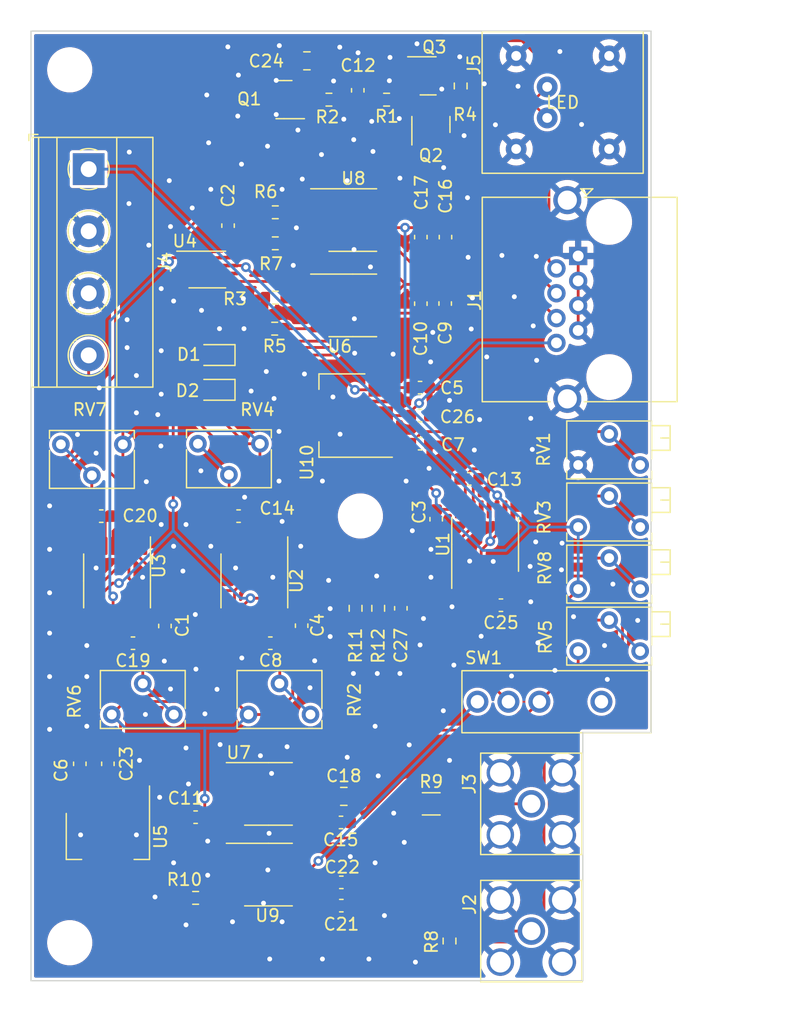
<source format=kicad_pcb>
(kicad_pcb (version 20211014) (generator pcbnew)
  (layers (0 "F.Cu" signal) (31 "B.Cu" signal) (34 "B.Paste" user) (35 "F.Paste" user) (36 "B.SilkS" user "B.Silkscreen") (37 "F.SilkS" user "F.Silkscreen") (38 "B.Mask" user) (39 "F.Mask" user) (44 "Edge.Cuts" user))
  (net 0 "")
  (net 1 "GND")
  (net 2 "+6V")
  (net 3 "Net-(C7-Pad1)")
  (net 4 "Net-(C8-Pad1)")
  (net 5 "Net-(C8-Pad2)")
  (net 6 "Net-(C12-Pad1)")
  (net 7 "Net-(C13-Pad1)")
  (net 8 "Net-(C13-Pad2)")
  (net 9 "Net-(C14-Pad1)")
  (net 10 "Net-(C14-Pad2)")
  (net 11 "Net-(C15-Pad1)")
  (net 12 "Net-(C18-Pad1)")
  (net 13 "Net-(C19-Pad1)")
  (net 14 "Net-(C19-Pad2)")
  (net 15 "Net-(C20-Pad1)")
  (net 16 "Net-(C20-Pad2)")
  (net 17 "/LED_SHORT")
  (net 18 "/LED_ON")
  (net 19 "/SYNC")
  (net 20 "Net-(Q1-Pad3)")
  (net 21 "Net-(Q3-Pad3)")
  (net 22 "VCC")
  (net 23 "Net-(R9-Pad1)")
  (net 24 "Net-(C25-Pad1)")
  (net 33 "Net-(C25-Pad2)")
  (net 35 "/LED-")
  (net 36 "/LED+")
  (net 38 "/CAP_VOLTAGE_OUT")
  (net 39 "/LED_SHORT_OUT")
  (net 40 "/LED_ON_OUT")
  (net 41 "/CAP_CHARGING_OUT")
  (net 42 "Net-(J2-Pad1)")
  (net 43 "Net-(J3-Pad1)")
  (net 44 "/SYNC_DELAY")
  (net 45 "/INTERNAL")
  (net 46 "/EXTERNAL")
  (net 47 "/CAP_CHARGE_ON")
  (net 49 "/LED_SHORT_DELAY")
  (net 50 "+24V")
  (net 51 "Net-(C10-Pad1)")
  (net 52 "/INPUT")
  (net 53 "Net-(U1-Pad13)")
  (net 54 "Net-(R3-Pad1)")
  (net 56 "Net-(R5-Pad1)")
  (net 57 "Net-(U2-Pad10)")
  (net 59 "SU_INHIBIT")
  (footprint "Resistor_SMD:R_0603_1608Metric" (layer "F.Cu") (at 108.8644 49.7586 180)
    (fp_text reference "R5")
    (fp_text value "100k")
  )
  (footprint "Capacitor_SMD:C_0603_1608Metric" (layer "F.Cu") (at 114.3254 96.9772)
    (fp_text reference "C21")
    (fp_text value "1uF")
  )
  (footprint "Capacitor_SMD:C_0603_1608Metric" (layer "F.Cu") (at 108.5088 75.5)
    (fp_text reference "C8")
    (fp_text value "1nF")
  )
  (footprint "Capacitor_SMD:C_0603_1608Metric" (layer "F.Cu") (at 119.2022 72.644 -90)
    (fp_text reference "C27")
    (fp_text value "0.1uF")
  )
  (footprint "Capacitor_SMD:C_0805_2012Metric" (layer "F.Cu") (at 114.5286 88.0364)
    (fp_text reference "C18")
    (fp_text value "22uF")
  )
  (footprint "Capacitor_SMD:C_0603_1608Metric" (layer "F.Cu") (at 122.8598 42.2656 -90)
    (fp_text reference "C16")
    (fp_text value "1uF")
  )
  (footprint "Capacitor_SMD:C_0603_1608Metric" (layer "F.Cu") (at 94.6554 65.1)
    (fp_text reference "C20")
    (fp_text value "1nF")
  )
  (footprint "Resistor_SMD:R_0603_1608Metric" (layer "F.Cu") (at 102.3874 96.3422 180)
    (fp_text reference "R10")
    (fp_text value "100k")
  )
  (footprint "Package_SO:SO-8_3.9x4.9mm_P1.27mm" (layer "F.Cu") (at 115.2652 40.8686)
    (fp_text reference "U8")
    (fp_text value "PM8834")
  )
  (footprint "Capacitor_SMD:C_0603_1608Metric" (layer "F.Cu") (at 124.8122 62.0522)
    (fp_text reference "C13")
    (fp_text value "1nF")
  )
  (footprint "Capacitor_SMD:C_0603_1608Metric" (layer "F.Cu") (at 97.2566 75.5 180)
    (fp_text reference "C19")
    (fp_text value "1nF")
  )
  (footprint "Capacitor_SMD:C_0603_1608Metric" (layer "F.Cu") (at 95.1992 85.3698 90)
    (fp_text reference "C23")
    (fp_text value "1uF")
  )
  (footprint "Connector:FanPinHeader_1x03_P2.54mm_Vertical" (layer "F.Cu") (at 132.461 31.242)
    (fp_text reference "J5")
    (fp_text value "EPL.0S.302.HLN")
  )
  (footprint "Resistor_SMD:R_0603_1608Metric" (layer "F.Cu") (at 113.3094 31.017 180)
    (fp_text reference "R2")
    (fp_text value "1k")
  )
  (footprint "Package_SO:TSSOP-16_4.4x5mm_P0.65mm" (layer "F.Cu") (at 95.95 70.4 -90)
    (fp_text reference "U3")
    (fp_text value "74AHCT123APW,118")
  )
  (footprint "Potentiometer_THT:Potentiometer_Bourns_3266X_Horizontal" (layer "F.Cu") (at 133.733 71.075 180)
    (fp_text reference "RV8")
    (fp_text value "2k")
  )
  (footprint "Resistor_SMD:R_0603_1608Metric" (layer "F.Cu") (at 117.348 72.644 -90)
    (fp_text reference "R12")
    (fp_text value "100k")
  )
  (footprint "Package_TO_SOT_SMD:SOT-223-3_TabPin2" (layer "F.Cu") (at 114.4016 56.8706 180)
    (fp_text reference "U10")
    (fp_text value "LT3082EST#TRPBF")
  )
  (footprint "Potentiometer_THT:Potentiometer_Bourns_3266X_Horizontal" (layer "F.Cu") (at 133.731 76.1492 180)
    (fp_text reference "RV5")
    (fp_text value "100k")
  )
  (footprint "Capacitor_SMD:C_0603_1608Metric" (layer "F.Cu") (at 120.777 54.5846)
    (fp_text reference "C5")
    (fp_text value "1uF")
  )
  (footprint "Capacitor_SMD:C_0603_1608Metric" (layer "F.Cu") (at 122.8344 47.7012 90)
    (fp_text reference "C9")
    (fp_text value "1uF")
  )
  (footprint "Capacitor_SMD:C_0603_1608Metric" (layer "F.Cu") (at 120.777 59.1706)
    (fp_text reference "C7")
    (fp_text value "1uF")
  )
  (footprint "TerminalBlock_Phoenix:TerminalBlock_Phoenix_MKDS-1,5-4-5.08_1x04_P5.08mm_Horizontal" (layer "F.Cu") (at 93.6244 36.703 -90)
    (fp_text reference "J4")
    (fp_text value "EB21A-04-D")
  )
  (footprint "Capacitor_SMD:C_0603_1608Metric" (layer "F.Cu") (at 92.8992 85.3698 90)
    (fp_text reference "C6")
    (fp_text value "1uF")
  )
  (footprint "Package_SO:SO-8_3.9x4.9mm_P1.27mm" (layer "F.Cu") (at 108.3564 87.8332)
    (fp_text reference "U7")
    (fp_text value "NE555S-13")
  )
  (footprint "Resistor_SMD:R_0603_1608Metric" (layer "F.Cu") (at 108.9152 42.7736 180)
    (fp_text reference "R6")
    (fp_text value "100k")
  )
  (footprint "Capacitor_SMD:C_0603_1608Metric" (layer "F.Cu") (at 111.0742 74.0664 -90)
    (fp_text reference "C4")
    (fp_text value "0.1uF")
  )
  (footprint "Package_TO_SOT_SMD:SOT-23" (layer "F.Cu") (at 109.6264 31.0134 180)
    (fp_text reference "Q1")
    (fp_text value "BVSS84LT1G")
  )
  (footprint "Potentiometer_THT:Potentiometer_Bourns_3266X_Horizontal" (layer "F.Cu") (at 133.731 60.915 180)
    (fp_text reference "RV1")
    (fp_text value "2k")
  )
  (footprint "Capacitor_SMD:C_0603_1608Metric" (layer "F.Cu") (at 102.3874 89.7382 180)
    (fp_text reference "C11")
    (fp_text value "0.1uF")
  )
  (footprint "Capacitor_SMD:C_0603_1608Metric" (layer "F.Cu") (at 105.9076 65.1)
    (fp_text reference "C14")
    (fp_text value "1nF")
  )
  (footprint "Potentiometer_THT:Potentiometer_Bourns_3266X_Horizontal" (layer "F.Cu") (at 133.733 65.995 180)
    (fp_text reference "RV3")
    (fp_text value "500")
  )
  (footprint "Package_SO:TSSOP-16_4.4x5mm_P0.65mm" (layer "F.Cu") (at 126.1076 67.4116 90)
    (fp_text reference "U1")
    (fp_text value "74AHCT123APW,118")
  )
  (footprint "Capacitor_SMD:C_0603_1608Metric" (layer "F.Cu") (at 120.8402 42.2656 -90)
    (fp_text reference "C17")
    (fp_text value "0.1uF")
  )
  (footprint "Capacitor_SMD:C_0603_1608Metric" (layer "F.Cu") (at 99.8728 74.0918 -90)
    (fp_text reference "C1")
    (fp_text value "0.1uF")
  )
  (footprint "Connector_Coaxial:SMA_Amphenol_132203-12_Horizontal" (layer "F.Cu") (at 129.8926 99.06 -90)
    (fp_text reference "J2")
    (fp_text value "EPS.00.250.NTN")
  )
  (footprint "Capacitor_SMD:C_0603_1608Metric" (layer "F.Cu") (at 122.0978 65.3542 -90)
    (fp_text reference "C3")
    (fp_text value "0.1uF")
  )
  (footprint "Capacitor_SMD:C_0603_1608Metric" (layer "F.Cu") (at 120.777 56.8706)
    (fp_text reference "C26")
    (fp_text value "0.1uF")
  )
  (footprint "Capacitor_SMD:C_0805_2012Metric" (layer "F.Cu") (at 111.506 27.8384)
    (fp_text reference "C24")
    (fp_text value "22uF")
  )
  (footprint "Connector_RJ:RJ45_Amphenol_RJHSE5380" (layer "F.Cu") (at 133.731 43.811 -90)
    (fp_text reference "J1")
    (fp_text value "RJHSE-5380")
  )
  (footprint "Resistor_SMD:R_0603_1608Metric" (layer "F.Cu") (at 108.9152 40.2336 180)
    (fp_text reference "R7")
    (fp_text value "100k")
  )
  (footprint "Package_SO:SO-8_3.9x4.9mm_P1.27mm" (layer "F.Cu") (at 108.3564 94.4372)
    (fp_text reference "U9")
    (fp_text value "PM8834")
  )
  (footprint "Resistor_SMD:R_0603_1608Metric" (layer "F.Cu") (at 123.19 99.8728 -90)
    (fp_text reference "R8")
    (fp_text value "100k")
  )
  (footprint "Resistor_SMD:R_0603_1608Metric" (layer "F.Cu") (at 118.0338 31.017)
    (fp_text reference "R1")
    (fp_text value "0")
  )
  (footprint "MountingHole:MountingHole_3.2mm_M3" (layer "F.Cu") (at 92.075 28.575)
    (fp_text reference "H1" hide)
    (fp_text value "MountingHole" hide)
  )
  (footprint "Package_SO:TSSOP-16_4.4x5mm_P0.65mm" (layer "F.Cu") (at 107.2 70.4 -90)
    (fp_text reference "U2")
    (fp_text value "74AHCT123APW,118")
  )
  (footprint "Potentiometer_THT:Potentiometer_Bourns_3266W_Vertical" (layer "F.Cu") (at 95.519 81.3366 180)
    (fp_text reference "RV6")
    (fp_text value "2k")
  )
  (footprint "Capacitor_SMD:C_0603_1608Metric" (layer "F.Cu") (at 105.0446 41.3258 90)
    (fp_text reference "C2")
    (fp_text value "0.1uF")
  )
  (footprint "Resistor_SMD:R_0603_1608Metric" (layer "F.Cu") (at 124.1044 29.8958 90)
    (fp_text reference "R4")
    (fp_text value "50")
  )
  (footprint "Connector_Coaxial:SMA_Amphenol_132203-12_Horizontal" (layer "F.Cu") (at 129.8926 88.646 -90)
    (fp_text reference "J3")
    (fp_text value "EPS.00.250.NTN")
  )
  (footprint "Potentiometer_THT:Potentiometer_Bourns_3266W_Vertical" (layer "F.Cu") (at 96.4288 59.227)
    (fp_text reference "RV7")
    (fp_text value "2k")
  )
  (footprint "MountingHole:MountingHole_3.2mm_M3" (layer "F.Cu") (at 115.8875 65.0875)
    (fp_text reference "H3" hide)
    (fp_text value "MountingHole")
  )
  (footprint "Package_TO_SOT_SMD:SOT-23" (layer "F.Cu") (at 121.4374 29.067)
    (fp_text reference "Q3")
    (fp_text value "DMN3028LQ-7")
  )
  (footprint "Potentiometer_THT:Potentiometer_Bourns_3266W_Vertical" (layer "F.Cu") (at 107.6556 59.1762)
    (fp_text reference "RV4")
    (fp_text value "2k")
  )
  (footprint "Resistor_SMD:R_1206_3216Metric" (layer "F.Cu") (at 121.6914 88.646)
    (fp_text reference "R9")
    (fp_text value "50")
  )
  (footprint "Diode_SMD:D_SOD-323" (layer "F.Cu") (at 104.1146 51.9176 180)
    (fp_text reference "D1")
    (fp_text value "CUS08F30,H3F")
  )
  (footprint "Capacitor_SMD:C_0603_1608Metric" (layer "F.Cu") (at 114.3254 95.0722)
    (fp_text reference "C22")
    (fp_text value "0.1uF")
  )
  (footprint "Package_TO_SOT_SMD:SOT-23" (layer "F.Cu") (at 121.666 33.0454 90)
    (fp_text reference "Q2")
    (fp_text value "DMN3028LQ-7")
  )
  (footprint "Capacitor_SMD:C_0603_1608Metric" (layer "F.Cu") (at 120.8402 47.7136 90)
    (fp_text reference "C10")
    (fp_text value "0.1uF")
  )
  (footprint "Capacitor_SMD:C_0603_1608Metric" (layer "F.Cu") (at 115.6716 30.2514 90)
    (fp_text reference "C12")
    (fp_text value "2.7nF")
  )
  (footprint "Capacitor_SMD:C_0603_1608Metric" (layer "F.Cu") (at 114.3 90.17)
    (fp_text reference "C15")
    (fp_text value "0.1uF")
  )
  (footprint "Package_SO:SO-8_3.9x4.9mm_P1.27mm" (layer "F.Cu") (at 115.2652 47.8536)
    (fp_text reference "U6")
    (fp_text value "IXDI602SIATR")
  )
  (footprint "MountingHole:MountingHole_3.2mm_M3" (layer "F.Cu") (at 92.075 100.0125)
    (fp_text reference "H2" hide)
    (fp_text value "MountingHole" hide)
  )
  (footprint "Package_SO:SSOP-8_2.95x2.8mm_P0.65mm" (layer "F.Cu") (at 103.3446 44.9182)
    (fp_text reference "U4")
    (fp_text value "SN74LVC2G74")
  )
  (footprint "Package_TO_SOT_SMD:SOT-223-3_TabPin2" (layer "F.Cu") (at 95.1992 91.2876 -90)
    (fp_text reference "U5")
    (fp_text value "LT1117")
  )
  (footprint "Potentiometer_THT:Potentiometer_Bourns_3266W_Vertical" (layer "F.Cu") (at 106.7204 81.3366 180)
    (fp_text reference "RV2")
    (fp_text value "500")
  )
  (footprint "Resistor_SMD:R_0603_1608Metric" (layer "F.Cu") (at 108.9152 47.2186 180)
    (fp_text reference "R3")
    (fp_text value "100k")
  )
  (footprint "Diode_SMD:D_SOD-323" (layer "F.Cu") (at 104.1146 54.7624 180)
    (fp_text reference "D2")
    (fp_text value "CUS08F30,H3F")
  )
  (footprint "Resistor_SMD:R_0603_1608Metric" (layer "F.Cu") (at 115.4938 72.644 -90)
    (fp_text reference "R11")
    (fp_text value "10k")
  )
  (footprint "Button_Switch_THT:SW_Lever_1P2T_NKK_GW12LxH" (layer "F.Cu") (at 130.556 80.2894 180)
    (fp_text reference "SW1")
    (fp_text value "BST11T2AVR")
  )
  (footprint "Capacitor_SMD:C_0603_1608Metric" (layer "F.Cu") (at 127.403 72.39 180)
    (fp_text reference "C25")
    (fp_text value "1nF")
  )
  (gr_line (start 134.112 82.804) (end 134.112 103.124) (layer "Edge.Cuts") (width 0.1))
  (gr_line (start 88.9 103.124) (end 134.112 103.124) (layer "Edge.Cuts") (width 0.1))
  (gr_line (start 139.7 82.804) (end 139.7 25.4) (layer "Edge.Cuts") (width 0.1))
  (gr_line (start 139.7 82.804) (end 134.112 82.804) (layer "Edge.Cuts") (width 0.1))
  (gr_line (start 88.9 25.4) (end 88.9 103.124) (layer "Edge.Cuts") (width 0.1))
  (gr_line (start 139.7 25.4) (end 88.9 25.4) (layer "Edge.Cuts") (width 0.1))
  (segment (start 133.731 47.875) (end 133.731 49.907) (width 0.2286) (layer "F.Cu") (net 1))
  (segment (start 102.7878 44.5932) (end 102.7878 41.4842) (width 0.2286) (layer "F.Cu") (net 1))
  (segment (start 133.731 47.875) (end 133.731 45.843) (width 0.2286) (layer "F.Cu") (net 1))
  (segment (start 102.7878 45.8932) (end 102.7878 44.5932) (width 0.2286) (layer "F.Cu") (net 1))
  (segment (start 101.6446 44.5932) (end 102.7878 44.5932) (width 0.2286) (layer "F.Cu") (net 1))
  (segment (start 103.7212 40.5508) (end 105.0446 40.5508) (width 0.2286) (layer "F.Cu") (net 1))
  (segment (start 122.8344 46.9262) (end 123.662 47.7538) (width 0.2286) (layer "F.Cu") (net 1))
  (segment (start 110.6424 41.5036) (end 112.6902 41.5036) (width 0.2286) (layer "F.Cu") (net 1))
  (segment (start 115.316 89.929) (end 115.316 88.199) (width 0.2286) (layer "F.Cu") (net 1))
  (segment (start 101.6446 45.8932) (end 102.7878 45.8932) (width 0.2286) (layer "F.Cu") (net 1))
  (segment (start 133.731 45.843) (end 133.731 43.811) (width 0.2286) (layer "F.Cu") (net 1))
  (segment (start 102.7878 41.4842) (end 103.7212 40.5508) (width 0.2286) (layer "F.Cu") (net 1))
  (segment (start 115.1004 95.0722) (end 115.1004 96.9772) (width 0.2286) (layer "F.Cu") (net 1))
  (via (at 111.3028 53.467) (size 0.8) (drill 0.4) (layers "F.Cu" "B.Cu") (net 1))
  (via (at 131.826 77.724) (size 0.8) (drill 0.4) (layers "F.Cu" "B.Cu") (net 1))
  (via (at 115.062 92.964) (size 0.8) (drill 0.4) (layers "F.Cu" "B.Cu") (net 1))
  (via (at 124.3838 33.9598) (size 0.8) (drill 0.4) (layers "F.Cu" "B.Cu") (net 1))
  (via (at 113.6396 55.3466) (size 0.8) (drill 0.4) (layers "F.Cu" "B.Cu") (net 1))
  (via (at 101.6 65.786) (size 0.8) (drill 0.4) (layers "F.Cu" "B.Cu") (net 1))
  (via (at 126.9492 33.0708) (size 0.8) (drill 0.4) (layers "F.Cu" "B.Cu") (net 1))
  (via (at 106.4006 63.5508) (size 0.8) (drill 0.4) (layers "F.Cu" "B.Cu") (net 1))
  (via (at 124.0282 27.5082) (size 0.8) (drill 0.4) (layers "F.Cu" "B.Cu") (net 1))
  (via (at 112.776 101.346) (size 0.8) (drill 0.4) (layers "F.Cu" "B.Cu") (net 1))
  (via (at 121.8184 50.0634) (size 0.8) (drill 0.4) (layers "F.Cu" "B.Cu") (net 1))
  (via (at 122.682 81.026) (size 0.8) (drill 0.4) (layers "F.Cu" "B.Cu") (net 1))
  (via (at 121.6406 52.4764) (size 0.8) (drill 0.4) (layers "F.Cu" "B.Cu") (net 1))
  (via (at 90.424 74.676) (size 0.8) (drill 0.4) (layers "F.Cu" "B.Cu") (net 1))
  (via (at 96.774 51.308) (size 0.8) (drill 0.4) (layers "F.Cu" "B.Cu") (net 1))
  (via (at 99.441 88.1126) (size 0.8) (drill 0.4) (layers "F.Cu" "B.Cu") (net 1))
  (via (at 103.1494 81.28) (size 0.8) (drill 0.4) (layers "F.Cu" "B.Cu") (net 1))
  (via (at 118.618 89.408) (size 0.8) (drill 0.4) (layers "F.Cu" "B.Cu") (net 1))
  (via (at 114.1984 26.7208) (size 0.8) (drill 0.4) (layers "F.Cu" "B.Cu") (net 1))
  (via (at 110.7694 33.5026) (size 0.8) (drill 0.4) (layers "F.Cu" "B.Cu") (net 1))
  (via (at 121.666 67.818) (size 0.8) (drill 0.4) (layers "F.Cu" "B.Cu") (net 1))
  (via (at 117.221 70.0024) (size 0.8) (drill 0.4) (layers "F.Cu" "B.Cu") (net 1))
  (via (at 109.474 98.298) (size 0.8) (drill 0.4) (layers "F.Cu" "B.Cu") (net 1))
  (via (at 116.9162 35.2552) (size 0.8) (drill 0.4) (layers "F.Cu" "B.Cu") (net 1))
  (via (at 105.8418 32.3596) (size 0.8) (drill 0.4) (layers "F.Cu" "B.Cu") (net 1))
  (via (at 101.346 69.596) (size 0.8) (drill 0.4) (layers "F.Cu" "B.Cu") (net 1))
  (via (at 109.8804 83.9724) (size 0.8) (drill 0.4) (layers "F.Cu" "B.Cu") (net 1))
  (via (at 117.094 93.472) (size 0.8) (drill 0.4) (layers "F.Cu" "B.Cu") (net 1))
  (via (at 111.76 79.1464) (size 0.8) (drill 0.4) (layers "F.Cu" "B.Cu") (net 1))
  (via (at 107.696 84.709) (size 0.8) (drill 0.4) (layers "F.Cu" "B.Cu") (net 1))
  (via (at 119.0752 32.5628) (size 0.8) (drill 0.4) (layers "F.Cu" "B.Cu") (net 1))
  (via (at 90.424 82.55) (size 0.8) (drill 0.4) (layers "F.Cu" "B.Cu") (net 1))
  (via (at 109.2454 26.5938) (size 0.8) (drill 0.4) (layers "F.Cu" "B.Cu") (net 1))
  (via (at 117.348 86.36) (size 0.8) (drill 0.4) (layers "F.Cu" "B.Cu") (net 1))
  (via (at 110.3884 44.577) (size 0.8) (drill 0.4) (layers "F.Cu" "B.Cu") (net 1))
  (via (at 96.9264 39.5224) (size 0.8) (drill 0.4) (layers "F.Cu" "B.Cu") (net 1))
  (via (at 109.474 38.354) (size 0.8) (drill 0.4) (layers "F.Cu" "B.Cu") (net 1))
  (via (at 103.378 91.694) (size 0.8) (drill 0.4) (layers "F.Cu" "B.Cu") (net 1))
  (via (at 102.362 73.152) (size 0.8) (drill 0.4) (layers "F.Cu" "B.Cu") (net 1))
  (via (at 94.488 54.61) (size 0.8) (drill 0.4) (layers "F.Cu" "B.Cu") (net 1))
  (via (at 119.4816 91.7956) (size 0.8) (drill 0.4) (layers "F.Cu" "B.Cu") (net 1))
  (via (at 129.8448 57.0992) (size 0.8) (drill 0.4) (layers "F.Cu" "B.Cu") (net 1))
  (via (at 113.411 74.9554) (size 0.8) (drill 0.4) (layers "F.Cu" "B.Cu") (net 1))
  (via (at 121.666 70.104) (size 0.8) (drill 0.4) (layers "F.Cu" "B.Cu") (net 1))
  (via (at 100.584 93.472) (size 0.8) (drill 0.4) (layers "F.Cu" "B.Cu") (net 1))
  (via (at 108.8136 55.4736) (size 0.8) (drill 0.4) (layers "F.Cu" "B.Cu") (net 1))
  (via (at 119.126 77.978) (size 0.8) (drill 0.4) (layers "F.Cu" "B.Cu") (net 1))
  (via (at 118.3132 27.559) (size 0.8) (drill 0.4) (layers "F.Cu" "B.Cu") (net 1))
  (via (at 134.0104 33.0454) (size 0.8) (drill 0.4) (layers "F.Cu" "B.Cu") (net 1))
  (via (at 120.523 26.4414) (size 0.8) (drill 0.4) (layers "F.Cu" "B.Cu") (net 1))
  (via (at 128.27 78.1812) (size 0.8) (drill 0.4) (layers "F.Cu" "B.Cu") (net 1))
  (via (at 99.06 96.266) (size 0.8) (drill 0.4) (layers "F.Cu" "B.Cu") (net 1))
  (via (at 102.8192 61.3918) (size 0.8) (drill 0.4) (layers "F.Cu" "B.Cu") (net 1))
  (via (at 108.2802 34.8234) (size 0.8) (drill 0.4) (layers "F.Cu" "B.Cu") (net 1))
  (via (at 90.424 67.818) (size 0.8) (drill 0.4) (layers "F.Cu" "B.Cu") (net 1))
  (via (at 115.4176 51.7652) (size 0.8) (drill 0.4) (layers "F.Cu" "B.Cu") (net 1))
  (via (at 94.234 69.342) (size 0.8) (drill 0.4) (layers "F.Cu" "B.Cu") (net 1))
  (via (at 122.555 30.1498) (size 0.8) (drill 0.4) (layers "F.Cu" "B.Cu") (net 1))
  (via (at 103.4542 34.544) (size 0.8) (drill 0.4) (layers "F.Cu" "B.Cu") (net 1))
  (via (at 117.094 82.296) (size 0.8) (drill 0.4) (layers "F.Cu" "B.Cu") (net 1))
  (via (at 133.35 73.3298) (size 0.8) (drill 0.4) (layers "F.Cu" "B.Cu") (net 1))
  (via (at 130.3274 52.3494) (size 0.8) (drill 0.4) (layers "F.Cu" "B.Cu") (net 1))
  (via (at 123.19 85.09) (size 0.8) (drill 0.4) (layers "F.Cu" "B.Cu") (net 1))
  (via (at 125.0696 47.244) (size 0.8) (drill 0.4) (layers "F.Cu" "B.Cu") (net 1))
  (via (at 129.794 69.215) (size 0.8) (drill 0.4) (layers "F.Cu" "B.Cu") (net 1))
  (via (at 136.1186 78.4606) (size 0.8) (drill 0.4) (layers "F.Cu" "B.Cu") (net 1))
  (via (at 119.634 62.23) (size 0.8) (drill 0.4) (layers "F.Cu" "B.Cu") (net 1))
  (via (at 103.632 38.354) (size 0.8) (drill 0.4) (layers "F.Cu" "B.Cu") (net 1))
  (via (at 108.3056 94.0562) (size 0.8) (drill 0.4) (layers "F.Cu" "B.Cu") (net 1))
  (via (at 99.568 46.482) (size 0.8) (drill 0.4) (layers "F.Cu" "B.Cu") (net 1))
  (via (at 130.429 75.4634) (size 0.8) (drill 0.4) (layers "F.Cu" "B.Cu") (net 1))
  (via (at 107.95 96.774) (size 0.8) (drill 0.4) (layers "F.Cu" "B.Cu") (net 1))
  (via (at 101.6 98.552) (size 0.8) (drill 0.4) (layers "F.Cu" "B.Cu") (net 1))
  (via (at 125.7808 74.93) (size 0.8) (drill 0.4) (layers "F.Cu" "B.Cu") (net 1))
  (via (at 112.6998 35.5092) (size 0.8) (drill 0.4) (layers "F.Cu" "B.Cu") (net 1))
  (via (at 121.5136 61.1886) (size 0.8) (drill 0.4) (layers "F.Cu" "B.Cu") (net 1))
  (via (at 92.964 91.186) (size 0.8) (drill 0.4) (layers "F.Cu" "B.Cu") (net 1))
  (via (at 114.808 37.6428) (size 0.8) (drill 0.4) (layers "F.Cu" "B.Cu") (net 1))
  (via (at 106.299 47.2948) (size 0.8) (drill 0.4) (layers "F.Cu" "B.Cu") (net 1))
  (via (at 115.3668 43.2816) (size 0.8) (drill 0.4) (layers "F.Cu" "B.Cu") (net 1))
  (via (at 116.586 101.346) (size 0.8) (drill 0.4) (layers "F.Cu" "B.Cu") (net 1))
  (via (at 122.7074 36.576) (size 0.8) (drill 0.4) (layers "F.Cu" "B.Cu") (net 1))
  (via (at 97.536 53.594) (size 0.8) (drill 0.4) (layers "F.Cu" "B.Cu") (net 1))
  (via (at 99.822 76.962) (size 0.8) (drill 0.4) (layers "F.Cu" "B.Cu") (net 1))
  (via (at 105.41 98.298) (size 0.8) (drill 0.4) (layers "F.Cu" "B.Cu") (net 1))
  (via (at 104.14 79.2734) (size 0.8) (drill 0.4) (layers "F.Cu" "B.Cu") (net 1))
  (via (at 116.8146 32.7914) (size 0.8) (drill 0.4) (layers "F.Cu" "B.Cu") (net 1))
  (via (at 110.6424 41.5036) (size 0.8) (drill 0.4) (layers "F.Cu" "B.Cu") (net 1))
  (via (at 99.2886 56.7944) (size 0.8) (drill 0.4) (layers "F.Cu" "B.Cu") (net 1))
  (via (at 129.8448 72.1106) (size 0.8) (drill 0.4) (layers "F.Cu" "B.Cu") (net 1))
  (via (at 90.424 71.374) (size 0.8) (drill 0.4) (layers "F.Cu" "B.Cu") (net 1))
  (via (at 108.712 70.104) (size 0.8) (drill 0.4) (layers "F.Cu" "B.Cu") (net 1))
  (via (at 112.776 62.23) (size 0.8) (drill 0.4) (layers "F.Cu" "B.Cu") (net 1))
  (via (at 125.222 59.69) (size 0.8) (drill 0.4) (layers "F.Cu" "B.Cu") (net 1))
  (via (at 129.9718 59.6392) (size 0.8) (drill 0.4) (layers "F.Cu" "B.Cu") (net 1))
  (via (at 92.71 58.42) (size 0.8) (drill 0.4) (layers "F.Cu" "B.Cu") (net 1))
  (via (at 117.2718 77.978) (size 0.8) (drill 0.4) (layers "F.Cu" "B.Cu") (net 1))
  (via (at 132.2324 27.0764) (size 0.8) (drill 0.4) (layers "F.Cu" "B.Cu") (net 1))
  (via (at 114.5286 32.6136) (size 0.8) (drill 0.4) (layers "F.Cu" "B.Cu") (net 1))
  (via (at 104.3432 49.7586) (size 0.8) (drill 0.4) (layers "F.Cu" "B.Cu") (net 1))
  (via (at 126.0348 29.718) (size 0.8) (drill 0.4) (layers "F.Cu" "B.Cu") (net 1))
  (via (at 90.424 78.232) (size 0.8) (drill 0.4) (layers "F.Cu" "B.Cu") (net 1))
  (via (at 123.19 55.626) (size 0.8) (drill 0.4) (layers "F.Cu" "B.Cu") (net 1))
  (via (at 118.2624 29.464) (size 0.8) (drill 0.4) (layers "F.Cu" "B.Cu") (net 1))
  (via (at 119.888 83.82) (size 0.8) (drill 0.4) (layers "F.Cu" "B.Cu") (net 1))
  (via (at 120.396 101.6) (size 0.8) (drill 0.4) (layers "F.Cu" "B.Cu") (net 1))
  (via (at 124.6632 39.0398) (size 0.8) (drill 0.4) (layers "F.Cu" "B.Cu") (net 1))
  (via (at 97.536 91.186) (size 0.8) (drill 0.4) (layers "F.Cu" "B.Cu") (net 1))
  (via (at 108.1786 53.2638) (size 0.8) (drill 0.4) (layers "F.Cu" "B.Cu") (net 1))
  (via (at 100.584 67.564) (size 0.8) (drill 0.4) (layers "F.Cu" "B.Cu") (net 1))
  (via (at 96.9518 35.306) (size 0.8) (drill 0.4) (layers "F.Cu" "B.Cu") (net 1))
  (via (at 105.029 26.6954) (size 0.8) (drill 0.4) (layers "F.Cu" "B.Cu") (net 1))
  (via (at 97.79 85.09) (size 0.8) (drill 0.4) (layers "F.Cu" "B.Cu") (net 1))
  (via (at 93.472 82.296) (size 0.8) (drill 0.4) (layers "F.Cu" "B.Cu") (net 1))
  (via (at 125.6538 57.2008) (size 0.8) (drill 0.4) (layers "F.Cu" "B.Cu") (net 1))
  (via (at 94.234 59.944) (size 0.8) (drill 0.4) (layers "F.Cu" "B.Cu") (net 1))
  (via (at 121.0564 73.4822) (size 0.8) (drill 0.4) (layers "F.Cu" "B.Cu") (net 1))
  (via (at 108.4072 91.059) (size 0.8) (drill 0.4) (layers "F.Cu" "B.Cu") (net 1))
  (via (at 110.998 67.564) (size 0.8) (drill 0.4) (layers "F.Cu" "B.Cu") (net 1))
  (via (at 96.774 49.022) (size 0.8) (drill 0.4) (layers "F.Cu" "B.Cu") (net 1))
  (via (at 103.3018 30.6324) (size 0.8) (drill 0.4) (layers "F.Cu" "B.Cu") (net 1))
  (via (at 114.2238 58.3946) (size 0.8) (drill 0.4) (layers "F.Cu" "B.Cu") (net 1))
  (via (at 115.316 77.978) (size 0.8) (drill 0.4) (layers "F.Cu" "B.Cu") (net 1))
  (via (at 109.22 58.166) (size 0.8) (drill 0.4) (layers "F.Cu" "B.Cu") (net 1))
  (via (at 103.632 67.564) (size 0.8) (drill 0.4) (layers "F.Cu" "B.Cu") (net 1))
  (via (at 115.3414 34.29) (size 0.8) (drill 0.4) (layers "F.Cu" "B.Cu") (net 1))
  (via (at 118.5672 51.8414) (size 0.8) (drill 0.4) (layers "F.Cu" "B.Cu") (net 1))
  (via (at 98.044 70.104) (size 0.8) (drill 0.4) (layers "F.Cu" "B.Cu") (net 1))
  (via (at 126.238 52.07) (size 0.8) (drill 0.4) (layers "F.Cu" "B.Cu") (net 1))
  (via (at 115.697 27.178) (size 0.8) (drill 0.4) (layers "F.Cu" "B.Cu") (net 1))
  (via (at 99.5426 59.3598) (size 0.8) (drill 0.4) (layers "F.Cu" "B.Cu") (net 1))
  (via (at 102.4128 77.6224) (size 0.8) (drill 0.4) (layers "F.Cu" "B.Cu") (net 1))
  (via (at 100.584 47.498) (size 0.8) (drill 0.4) (layers "F.Cu" "B.Cu") (net 1))
  (via (at 102.87 48.26) (size 0.8) (drill 0.4) (layers "F.Cu" "B.Cu") (net 1))
  (via (at 100.2284 37.6428) (size 0.8) (drill 0.4) (layers "F.Cu" "B.Cu") (net 1))
  (via (at 90.424 64.262) (size 0.8) (drill 0.4) (layers "F.Cu" "B.Cu") (net 1))
  (via (at 138.6078 73.6346) (size 0.8) (drill 0.4) (layers "F.Cu" "B.Cu") (net 1))
  (via (at 132.3594 69.4944) (size 0.8) (drill 0.4) (layers "F.Cu" "B.Cu") (net 1))
  (via (at 117.856 97.79) (size 0.8) (drill 0.4) (layers "F.Cu" "B.Cu") (net 1))
  (via (at 116.713 44.704) (size 0.8) (drill 0.4) (layers "F.Cu" "B.Cu") (net 1))
  (via (at 128.4986 47.1424) (size 0.8) (drill 0.4) (layers "F.Cu" "B.Cu") (net 1))
  (via (at 106.934 54.864) (size 0.8) (drill 0.4) (layers "F.Cu" "B.Cu") (net 1))
  (via (at 123.3932 72.517) (size 0.8) (drill 0.4) (layers "F.Cu" "B.Cu") (net 1))
  (via (at 109.22 62.23) (size 0.8) (drill 0.4) (layers "F.Cu" "B.Cu") (net 1))
  (via (at 119.126 37.4396) (size 0.8) (drill 0.4) (layers "F.Cu" "B.Cu") (net 1))
  (via (at 115.3922 48.9458) (size 0.8) (drill 0.4) (layers "F.Cu" "B.Cu") (net 1))
  (via (at 136.5758 70.6628) (size 0.8) (drill 0.4) (layers "F.Cu" "B.Cu") (net 1))
  (via (at 112.141 76.9366) (size 0.8) (drill 0.4) (layers "F.Cu" "B.Cu") (net 1))
  (via (at 101.6 84.074) (size 0.8) (drill 0.4) (layers "F.Cu" "B.Cu") (net 1))
  (via (at 100.33 79.248) (size 0.8) (drill 0.4) (layers "F.Cu" "B.Cu") (net 1))
  (via (at 132.4102 67.31) (size 0.8) (drill 0.4) (layers "F.Cu" "B.Cu") (net 1))
  (via (at 99.568 51.562) (size 0.8) (drill 0.4) (layers "F.Cu" "B.Cu") (net 1))
  (via (at 126.7714 68.8086) (size 0.8) (drill 0.4) (layers "F.Cu" "B.Cu") (net 1))
  (via (at 114.808 84.836) (size 0.8) (drill 0.4) (layers "F.Cu" "B.Cu") (net 1))
  (via (at 109.474 65.532) (size 0.8) (drill 0.4) (layers "F.Cu" "B.Cu") (net 1))
  (via (at 113.6904 29.4894) (size 0.8) (drill 0.4) (layers "F.Cu" "B.Cu") (net 1))
  (via (at 108.9914 29.4386) (size 0.8) (drill 0.4) (layers "F.Cu" "B.Cu") (net 1))
  (via (at 108.9914 32.2326) (size 0.8) (drill 0.4) (layers "F.Cu" "B.Cu") (net 1))
  (via (at 113.411 72.6694) (size 0.8) (drill 0.4) (layers "F.Cu" "B.Cu") (net 1))
  (via (at 135.89 75.692) (size 0.8) (drill 0.4) (layers "F.Cu" "B.Cu") (net 1))
  (via (at 120.777 75.6412) (size 0.8) (drill 0.4) (layers "F.Cu" "B.Cu") (net 1))
  (via (at 130.302 64.77) (size 0.8) (drill 0.4) (layers "F.Cu" "B.Cu") (net 1))
  (via (at 98.3488 62.2808) (size 0.8) (drill 0.4) (layers "F.Cu" "B.Cu") (net 1))
  (via (at 130.048 49.53) (size 0.8) (drill 0.4) (layers "F.Cu" "B.Cu") (net 1))
  (via (at 106.3498 49.7586) (size 0.8) (drill 0.4) (layers "F.Cu" "B.Cu") (net 1))
  (via (at 98.552 42.926) (size 0.8) (drill 0.4) (layers "F.Cu" "B.Cu") (net 1))
  (via (at 93.472 78.232) (size 0.8) (drill 0.4) (layers "F.Cu" "B.Cu") (net 1))
  (via (at 106.1466 36.2966) (size 0.8) (drill 0.4) (layers "F.Cu" "B.Cu") (net 1))
  (via (at 100.33 41.402) (size 0.8) (drill 0.4) (layers "F.Cu" "B.Cu") (net 1))
  (via (at 130.302 43.8404) (size 0.8) (drill 0.4) (layers "F.Cu" "B.Cu") (net 1))
  (via (at 130.2512 67.2084) (size 0.8) (drill 0.4) (layers "F.Cu" "B.Cu") (net 1))
  (via (at 99.568 65.786) (size 0.8) (drill 0.4) (layers "F.Cu" "B.Cu") (net 1))
  (via (at 102.108 39.878) (size 0.8) (drill 0.4) (layers "F.Cu" "B.Cu") (net 1))
  (via (at 98.2726 81.3308) (size 0.8) (drill 0.4) (layers "F.Cu" "B.Cu") (net 1))
  (via (at 106.172 76.708) (size 0.8) (drill 0.4) (layers "F.Cu" "B.Cu") (net 1))
  (via (at 104.394 83.7946) (size 0.8) (drill 0.4) (layers "F.Cu" "B.Cu") (net 1))
  (via (at 93.472 75.692) (size 0.8) (drill 0.4) (layers "F.Cu" "B.Cu") (net 1))
  (via (at 120.142 66.294) (size 0.8) (drill 0.4) (layers "F.Cu" "B.Cu") (net 1))
  (via (at 124.968 49.784) (size 0.8) (drill 0.4) (layers "F.Cu" "B.Cu") (net 1))
  (via (at 111.125 37.5158) (size 0.8) (drill 0.4) (layers "F.Cu" "B.Cu") (net 1))
  (via (at 124.714 43.9166) (size 0.8) (drill 0.4) (layers "F.Cu" "B.Cu") (net 1))
  (via (at 103.378 94.488) (size 0.8) (drill 0.4) (layers "F.Cu" "B.Cu") (net 1))
  (via (at 127.4826 43.7642) (size 0.8) (drill 0.4) (layers "F.Cu" "B.Cu") (net 1))
  (via (at 124.841 68.7832) (size 0.8) (drill 0.4) (layers "F.Cu" "B.Cu") (net 1))
  (via (at 105.664 69.342) (size 0.8) (drill 0.4) (layers "F.Cu" "B.Cu") (net 1))
  (via (at 101.8032 87.0204) (size 0.8) (drill 0.4) (layers "F.Cu" "B.Cu") (net 1))
  (via (at 113.284 70.358) (size 0.8) (drill 0.4) (layers "F.Cu" "B.Cu") (net 1))
  (via (at 123.5456 77.2922) (size 0.8) (drill 0.4) (layers "F.Cu" "B.Cu") (net 1))
  (via (at 108.458 101.346) (size 0.8) (drill 0.4) (layers "F.Cu" "B.Cu") (net 1))
  (via (at 108.6104 86.1568) (size 0.8) (drill 0.4) (layers "F.Cu" "B.Cu") (net 1))
  (via (at 97.536 56.642) (size 0.8) (drill 0.4) (layers "F.Cu" "B.Cu") (net 1))
  (via (at 105.8926 29.0068) (size 0.8) (drill 0.4) (layers "F.Cu" "B.Cu") (net 1))
  (via (at 128.8034 29.9212) (size 0.8) (drill 0.4) (layers "F.Cu" "B.Cu") (net 1))
  (via (at 99.568 55.118) (size 0.8) (drill 0.4) (layers "F.Cu" "B.Cu") (net 1))
  (segment (start 92.8992 88.1376) (end 92.8992 86.1448) (width 0.2286) (layer "F.Cu") (net 2))
  (segment (start 93.6244 59.2042) (end 92.0778 60.7508) (width 0.2286) (layer "F.Cu") (net 2))
  (segment (start 93.6244 51.943) (end 93.6244 59.2042) (width 0.2286) (layer "F.Cu") (net 2))
  (segment (start 92.0778 85.3234) (end 92.0778 60.7508) (width 0.2286) (layer "F.Cu") (net 2))
  (segment (start 92.8992 86.1448) (end 92.0778 85.3234) (width 0.2286) (layer "F.Cu") (net 2))
  (segment (start 120.987011 58.185589) (end 136.081589 58.185589) (width 0.2286) (layer "F.Cu") (net 3))
  (segment (start 117.5516 59.1706) (end 120.002 59.1706) (width 0.2286) (layer "F.Cu") (net 3))
  (segment (start 120.002 59.1706) (end 120.987011 58.185589) (width 0.2286) (layer "F.Cu") (net 3))
  (segment (start 138.811 60.915) (end 136.271 58.375) (width 0.2286) (layer "B.Cu") (net 3))
  (segment (start 108.175 73.2625) (end 108.175 75.0588) (width 0.2286) (layer "F.Cu") (net 4))
  (segment (start 108.175 75.0588) (end 107.7338 75.5) (width 0.2286) (layer "F.Cu") (net 4))
  (segment (start 109.2838 78.7732) (end 109.2838 75.5) (width 0.2286) (layer "F.Cu") (net 5))
  (segment (start 108.825 75.0412) (end 109.2838 75.5) (width 0.2286) (layer "F.Cu") (net 5))
  (segment (start 108.825 73.2625) (end 108.825 75.0412) (width 0.2286) (layer "F.Cu") (net 5))
  (segment (start 111.8004 81.3366) (end 109.2604 78.7966) (width 0.2286) (layer "B.Cu") (net 5))
  (segment (start 117.1994 31.0264) (end 115.6716 31.0264) (width 0.2286) (layer "F.Cu") (net 6))
  (segment (start 115.6716 31.0264) (end 114.1438 31.0264) (width 0.2286) (layer "F.Cu") (net 6))
  (segment (start 132.0799 63.455) (end 129.8513 61.2264) (width 0.2286) (layer "F.Cu") (net 7))
  (segment (start 136.273 63.455) (end 132.0799 63.455) (width 0.2286) (layer "F.Cu") (net 7))
  (segment (start 124.4826 64.5491) (end 124.4826 62.4976) (width 0.2286) (layer "F.Cu") (net 7))
  (segment (start 129.8513 61.2264) (end 125.0834 61.2264) (width 0.2286) (layer "F.Cu") (net 7))
  (segment (start 125.0834 61.2264) (end 124.1474 62.1624) (width 0.2286) (layer "F.Cu") (net 7))
  (segment (start 124.4826 62.4976) (end 124.1474 62.1624) (width 0.2286) (layer "F.Cu") (net 7))
  (segment (start 138.813 65.995) (end 136.273 63.455) (width 0.2286) (layer "B.Cu") (net 7))
  (segment (start 125.1326 64.5491) (end 125.1326 62.5068) (width 0.2286) (layer "F.Cu") (net 8))
  (segment (start 125.1326 62.5068) (end 125.5872 62.0522) (width 0.2286) (layer "F.Cu") (net 8))
  (segment (start 105.1326 65.1) (end 105.575 65.5424) (width 0.2286) (layer "F.Cu") (net 9))
  (segment (start 105.1326 61.7332) (end 105.1326 65.1) (width 0.2286) (layer "F.Cu") (net 9))
  (segment (start 105.575 65.5424) (end 105.575 67.5375) (width 0.2286) (layer "F.Cu") (net 9))
  (segment (start 102.5756 59.1762) (end 105.1156 61.7162) (width 0.2286) (layer "B.Cu") (net 9))
  (segment (start 106.225 65.5576) (end 106.6826 65.1) (width 0.2286) (layer "F.Cu") (net 10))
  (segment (start 106.225 67.5375) (end 106.225 65.5576) (width 0.2286) (layer "F.Cu") (net 10))
  (segment (start 113.0932 89.7382) (end 113.525 90.17) (width 0.2286) (layer "F.Cu") (net 11))
  (segment (start 110.9314 89.7382) (end 113.0932 89.7382) (width 0.2286) (layer "F.Cu") (net 11))
  (segment (start 113.1468 88.4682) (end 113.5786 88.0364) (width 0.2286) (layer "F.Cu") (net 12))
  (segment (start 129.286 79.0696) (end 134.7464 73.6092) (width 0.2286) (layer "F.Cu") (net 12))
  (segment (start 134.7464 73.6092) (end 136.271 73.6092) (width 0.2286) (layer "F.Cu") (net 12))
  (segment (start 129.286 80.7816) (end 129.286 79.0696) (width 0.2286) (layer "F.Cu") (net 12))
  (segment (start 127.4537 82.6139) (end 129.286 80.7816) (width 0.2286) (layer "F.Cu") (net 12))
  (segment (start 108.6106 87.1982) (end 105.7814 87.1982) (width 0.2286) (layer "F.Cu") (net 12))
  (segment (start 110.9314 88.4682) (end 109.8806 88.4682) (width 0.2286) (layer "F.Cu") (net 12))
  (segment (start 113.5786 87.818) (end 118.7827 82.6139) (width 0.2286) (layer "F.Cu") (net 12))
  (segment (start 109.8806 88.4682) (end 108.6106 87.1982) (width 0.2286) (layer "F.Cu") (net 12))
  (segment (start 110.9314 88.4682) (end 113.1468 88.4682) (width 0.2286) (layer "F.Cu") (net 12))
  (segment (start 118.7827 82.6139) (end 127.4537 82.6139) (width 0.2286) (layer "F.Cu") (net 12))
  (segment (start 138.811 76.1492) (end 136.271 73.6092) (width 0.2286) (layer "B.Cu") (net 12))
  (segment (start 97.575 75.0434) (end 97.575 73.2625) (width 0.2286) (layer "F.Cu") (net 13))
  (segment (start 98.0316 75.5) (end 97.575 75.0434) (width 0.2286) (layer "F.Cu") (net 13))
  (segment (start 98.059 78.7966) (end 98.059 75.5274) (width 0.2286) (layer "F.Cu") (net 13))
  (segment (start 100.599 81.3366) (end 98.059 78.7966) (width 0.2286) (layer "B.Cu") (net 13))
  (segment (start 96.925 73.2625) (end 96.925 75.0566) (width 0.2286) (layer "F.Cu") (net 14))
  (segment (start 96.925 75.0566) (end 96.4816 75.5) (width 0.2286) (layer "F.Cu") (net 14))
  (segment (start 94.325 67.5375) (end 94.325 65.5446) (width 0.2286) (layer "F.Cu") (net 15))
  (segment (start 94.325 65.5446) (end 93.8804 65.1) (width 0.2286) (layer "F.Cu") (net 15))
  (segment (start 93.8804 61.7754) (end 93.8804 65.1) (width 0.2286) (layer "F.Cu") (net 15))
  (segment (start 91.3488 59.227) (end 93.8888 61.767) (width 0.2286) (layer "B.Cu") (net 15))
  (segment (start 94.975 65.5554) (end 95.4304 65.1) (width 0.2286) (layer "F.Cu") (net 16))
  (segment (start 94.975 67.5375) (end 94.975 65.5554) (width 0.2286) (layer "F.Cu") (net 16))
  (segment (start 95.8229 53.5471) (end 95.8229 47.5545) (width 0.2286) (layer "F.Cu") (net 17))
  (segment (start 112.6902 40.2336) (end 109.7402 40.2336) (width 0.2286) (layer "F.Cu") (net 17))
  (segment (start 96.2542 62.4039) (end 95.3655 61.5152) (width 0.2286) (layer "F.Cu") (net 17))
  (segment (start 103.9863 39.3911) (end 108.8977 39.3911) (width 0.2286) (layer "F.Cu") (net 17))
  (segment (start 95.3655 54.0045) (end 95.8229 53.5471) (width 0.2286) (layer "F.Cu") (net 17))
  (segment (start 95.3655 61.5152) (end 95.3655 54.0045) (width 0.2286) (layer "F.Cu") (net 17))
  (segment (start 95.625 67.5375) (end 95.625 66.3364) (width 0.2286) (layer "F.Cu") (net 17))
  (segment (start 95.625 66.3364) (end 96.2542 65.7072) (width 0.2286) (layer "F.Cu") (net 17))
  (segment (start 95.8229 47.5545) (end 103.9863 39.3911) (width 0.2286) (layer "F.Cu") (net 17))
  (segment (start 108.8977 39.3911) (end 109.7402 40.2336) (width 0.2286) (layer "F.Cu") (net 17))
  (segment (start 96.2542 65.7072) (end 96.2542 62.4039) (width 0.2286) (layer "F.Cu") (net 17))
  (segment (start 106.875 67.5375) (end 106.875 66.7009) (width 0.2286) (layer "F.Cu") (net 18))
  (segment (start 101.9463 56.7672) (end 101.9463 52.0075) (width 0.2286) (layer "F.Cu") (net 18))
  (segment (start 107.5251 62.346) (end 101.9463 56.7672) (width 0.2286) (layer "F.Cu") (net 18))
  (segment (start 113.90762 43.39722) (end 113.284 42.7736) (width 0.2286) (layer "F.Cu") (net 18))
  (segment (start 106.875 66.7009) (end 107.5251 66.0508) (width 0.2286) (layer "F.Cu") (net 18))
  (segment (start 109.7402 42.7736) (end 112.6902 42.7736) (width 0.2286) (layer "F.Cu") (net 18))
  (segment (start 107.5251 66.0508) (end 107.5251 62.346) (width 0.2286) (layer "F.Cu") (net 18))
  (segment (start 103.1717 50.7821) (end 113.2426 50.7821) (width 0.2286) (layer "F.Cu") (net 18))
  (segment (start 101.9463 52.0075) (end 103.1717 50.7821) (width 0.2286) (layer "F.Cu") (net 18))
  (segment (start 113.2426 50.7821) (end 113.90762 50.11708) (width 0.2286) (layer "F.Cu") (net 18))
  (segment (start 113.90762 50.11708) (end 113.90762 43.39722) (width 0.2286) (layer "F.Cu") (net 18))
  (segment (start 125.7985 72.8735) (end 125.7985 71.8651) (width 0.2286) (layer "F.Cu") (net 19))
  (segment (start 130.9267 97.5541) (end 130.9267 90.1519) (width 0.2286) (layer "F.Cu") (net 19))
  (segment (start 133.2307 70.0026) (end 130.0126 73.2207) (width 0.2286) (layer "F.Cu") (net 19))
  (segment (start 126.4326 71.231) (end 126.4326 70.2741) (width 0.2286) (layer "F.Cu") (net 19))
  (segment (start 131.397 99.7245) (end 131.397 98.0244) (width 0.2286) (layer "F.Cu") (net 19))
  (segment (start 137.3627 73.1791) (end 134.1862 70.0026) (width 0.2286) (layer "F.Cu") (net 19))
  (segment (start 130.946 83.448) (end 133.096 81.298) (width 0.2286) (layer "F.Cu") (net 19))
  (segment (start 131.3609 87.8889) (end 130.946 87.474) (width 0.2286) (layer "F.Cu") (net 19))
  (segment (start 133.096 81.298) (end 133.096 79.756) (width 0.2286) (layer "F.Cu") (net 19))
  (segment (start 134.1862 70.0026) (end 133.2307 70.0026) (width 0.2286) (layer "F.Cu") (net 19))
  (segment (start 105.7814 96.3422) (end 109.3929 99.9537) (width 0.2286) (layer "F.Cu") (net 19))
  (segment (start 130.946 87.474) (end 130.946 83.448) (width 0.2286) (layer "F.Cu") (net 19))
  (segment (start 126.1457 73.2207) (end 125.7985 72.8735) (width 0.2286) (layer "F.Cu") (net 19))
  (segment (start 131.397 98.0244) (end 130.9267 97.5541) (width 0.2286) (layer "F.Cu") (net 19))
  (segment (start 125.7985 71.8651) (end 126.4326 71.231) (width 0.2286) (layer "F.Cu") (net 19))
  (segment (start 130.0126 73.2207) (end 126.1457 73.2207) (width 0.2286) (layer "F.Cu") (net 19))
  (segment (start 105.7814 96.3422) (end 103.2124 96.3422) (width 0.2286) (layer "F.Cu") (net 19))
  (segment (start 137.3627 75.4893) (end 137.3627 73.1791) (width 0.2286) (layer "F.Cu") (net 19))
  (segment (start 130.9267 90.1519) (end 131.3609 89.7177) (width 0.2286) (layer "F.Cu") (net 19))
  (segment (start 133.096 79.756) (end 137.3627 75.4893) (width 0.2286) (layer "F.Cu") (net 19))
  (segment (start 130.5571 100.5644) (end 131.397 99.7245) (width 0.2286) (layer "F.Cu") (net 19))
  (segment (start 131.3609 89.7177) (end 131.3609 87.8889) (width 0.2286) (layer "F.Cu") (net 19))
  (segment (start 128.857 100.5644) (end 130.5571 100.5644) (width 0.2286) (layer "F.Cu") (net 19))
  (segment (start 128.2463 99.9537) (end 128.857 100.5644) (width 0.2286) (layer "F.Cu") (net 19))
  (segment (start 109.3929 99.9537) (end 128.2463 99.9537) (width 0.2286) (layer "F.Cu") (net 19))
  (segment (start 112.4844 31.017) (end 108.6925 31.017) (width 0.2286) (layer "F.Cu") (net 20))
  (segment (start 108.6925 31.017) (end 108.6889 31.0134) (width 0.2286) (layer "F.Cu") (net 20))
  (segment (start 122.3749 29.067) (end 124.1044 29.067) (width 0.2286) (layer "F.Cu") (net 21))
  (segment (start 108.8395 81.3366) (end 110.3453 79.8308) (width 0.2286) (layer "F.Cu") (net 22))
  (segment (start 98.225 73.2625) (end 98.225 71.4996) (width 0.2286) (layer "F.Cu") (net 22))
  (segment (start 108.175 61.243) (end 108.204 61.214) (width 0.2286) (layer "F.Cu") (net 22))
  (segment (start 104.473 43.9432) (end 103.9014 43.9432) (width 0.2286) (layer "F.Cu") (net 22))
  (segment (start 110.9314 85.9282) (end 110.3884 85.9282) (width 0.2286) (layer "F.Cu") (net 22))
  (segment (start 133.733 71.075) (end 131.1182 73.6898) (width 0.2286) (layer "F.Cu") (net 22))
  (segment (start 122.0831 64.5491) (end 123.8326 64.5491) (width 0.2286) (layer "F.Cu") (net 22))
  (segment (start 103.2946 44.55) (end 103.9014 43.9432) (width 0.2286) (layer "F.Cu") (net 22))
  (segment (start 105.657989 79.101989) (end 105.657989 80.274189) (width 0.2286) (layer "F.Cu") (net 22))
  (segment (start 113.5504 95.0722) (end 113.5504 96.9772) (width 0.2286) (layer "F.Cu") (net 22))
  (segment (start 120.0912 61.214) (end 108.204 61.214) (width 0.2286) (layer "F.Cu") (net 22))
  (segment (start 98.225 71.4996) (end 96.925 70.1996) (width 0.2286) (layer "F.Cu") (net 22))
  (segment (start 105.657989 80.274189) (end 106.7204 81.3366) (width 0.2286) (layer "F.Cu") (net 22))
  (segment (start 110.3884 85.9282) (end 108.8395 84.3793) (width 0.2286) (layer "F.Cu") (net 22))
  (segment (start 108.175 61.243) (end 107.6556 60.7236) (width 0.2286) (layer "F.Cu") (net 22))
  (segment (start 108.175 67.5375) (end 108.175 61.243) (width 0.2286) (layer "F.Cu") (net 22))
  (segment (start 125.1326 72.8547) (end 125.1326 70.2741) (width 0.2286) (layer "F.Cu") (net 22))
  (segment (start 107.6556 59.1762) (end 106.4681 59.1762) (width 0.2286) (layer "F.Cu") (net 22))
  (segment (start 122.0978 63.2206) (end 120.0912 61.214) (width 0.2286) (layer "F.Cu") (net 22))
  (segment (start 105.7814 89.7382) (end 105.7814 90.302) (width 0.2286) (layer "F.Cu") (net 22))
  (segment (start 105.7814 89.7382) (end 103.1624 89.7382) (width 0.2286) (layer "F.Cu") (net 22))
  (segment (start 122.0978 63.2206) (end 122.0978 64.5792) (width 0.2286) (layer "F.Cu") (net 22))
  (segment (start 96.4288 61.659) (end 96.925 62.1552) (width 0.2286) (layer "F.Cu") (net 22))
  (segment (start 95.519 81.3366) (end 96.238999 82.056599) (width 0.2286) (layer "F.Cu") (net 22))
  (segment (start 96.238999 82.056599) (end 96.238999 85.105001) (width 0.2286) (layer "F.Cu") (net 22))
  (segment (start 127.0826 64.5491) (end 127.0826 63.4174) (width 0.2286) (layer "F.Cu") (net 22))
  (segment (start 131.1182 73.6898) (end 125.9677 73.6898) (width 0.2286) (layer "F.Cu") (net 22))
  (segment (start 117.8532 41.4906) (end 117.8402 41.5036) (width 0.2286) (layer "F.Cu") (net 22))
  (segment (start 106.4681 59.1762) (end 102.4179 55.126) (width 0.2286) (layer "F.Cu") (net 22))
  (segment (start 96.925 70.1996) (end 96.925 67.5375) (width 0.2286) (layer "F.Cu") (net 22))
  (segment (start 95.1992 94.4376) (end 95.1992 88.1376) (width 0.2286) (layer "F.Cu") (net 22))
  (segment (start 95.1992 86.1448) (end 95.1992 88.1376) (width 0.2286) (layer "F.Cu") (net 22))
  (segment (start 95.519 81.3366) (end 96.581411 80.274189) (width 0.2286) (layer "F.Cu") (net 22))
  (segment (start 119.5448 41.4906) (end 117.8532 41.4906) (width 0.2286) (layer "F.Cu") (net 22))
  (segment (start 96.4288 59.227) (end 96.4288 61.659) (width 0.2286) (layer "F.Cu") (net 22))
  (segment (start 105.7814 90.302) (end 110.5516 95.0722) (width 0.2286) (layer "F.Cu") (net 22))
  (segment (start 106.7204 81.3366) (end 108.8395 81.3366) (width 0.2286) (layer "F.Cu") (net 22))
  (segment (start 103.2946 46.3695) (end 103.2946 44.55) (width 0.2286) (layer "F.Cu") (net 22))
  (segment (start 120.8402 41.4906) (end 119.5448 41.4906) (width 0.2286) (layer "F.Cu") (net 22))
  (segment (start 102.4179 55.126) (end 102.4179 53.1325) (width 0.2286) (layer "F.Cu") (net 22))
  (segment (start 111.0742 73.2914) (end 110.255 73.2914) (width 0.2286) (layer "F.Cu") (net 22))
  (segment (start 99.8728 73.3168) (end 105.657989 79.101989) (width 0.2286) (layer "F.Cu") (net 22))
  (segment (start 110.255 73.2914) (end 109.5039 73.2914) (width 0.2286) (layer "F.Cu") (net 22))
  (segment (start 110.3453 79.8308) (end 110.3453 75.4712) (width 0.2286) (layer "F.Cu") (net 22))
  (segment (start 96.925 67.5375) (end 96.925 62.1552) (width 0.2286) (layer "F.Cu") (net 22))
  (segment (start 115.4938 73.469) (end 111.2518 73.469) (width 0.2286) (layer "F.Cu") (net 22))
  (segment (start 125.9677 73.6898) (end 125.1326 72.8547) (width 0.2286) (layer "F.Cu") (net 22))
  (segment (start 96.4288 59.227) (end 96.4288 53.2353) (width 0.2286) (layer "F.Cu") (net 22))
  (segment (start 108.8395 84.3793) (end 108.8395 81.3366) (width 0.2286) (layer "F.Cu") (net 22))
  (segment (start 110.3453 75.4712) (end 110.255 75.3809) (width 0.2286) (layer "F.Cu") (net 22))
  (segment (start 110.255 75.3809) (end 110.255 73.2914) (width 0.2286) (layer "F.Cu") (net 22))
  (segment (start 105.0446 42.1008) (end 105.0446 43.9432) (width 0.2286) (layer "F.Cu") (net 22))
  (segment (start 96.581411 80.274189) (end 105.657989 80.274189) (width 0.2286) (layer "F.Cu") (net 22))
  (segment (start 103.0646 51.9176) (end 103.0646 52.4858) (width 0.2286) (layer "F.Cu") (net 22))
  (segment (start 113.5504 95.0722) (end 110.9314 95.0722) (width 0.2286) (layer "F.Cu") (net 22))
  (segment (start 103.1361 88.2184) (end 103.1361 89.7119) (width 0.2286) (layer "F.Cu") (net 22))
  (segment (start 109.5039 73.2914) (end 109.475 73.2625) (width 0.2286) (layer "F.Cu") (net 22))
  (segment (start 120.8402 41.4906) (end 122.8598 41.4906) (width 0.2286) (layer "F.Cu") (net 22))
  (segment (start 102.4179 53.1325) (end 103.0646 52.4858) (width 0.2286) (layer "F.Cu") (net 22))
  (segment (start 98.225 73.2625) (end 99.8185 73.2625) (width 0.2286) (layer "F.Cu") (net 22))
  (segment (start 107.6556 60.7236) (end 107.6556 59.1762) (width 0.2286) (layer "F.Cu") (net 22))
  (segment (start 127.0826 63.4174) (end 127.1024 63.3976) (width 0.2286) (layer "F.Cu") (net 22))
  (segment (start 96.4288 53.2353) (end 103.2946 46.3695) (width 0.2286) (layer "F.Cu") (net 22))
  (segment (start 96.238999 85.105001) (end 95.1992 86.1448) (width 0.2286) (layer "F.Cu") (net 22))
  (via (at 119.5448 41.4906) (size 0.8) (drill 0.4) (layers "F.Cu" "B.Cu") (net 22))
  (via (at 127.1024 63.3976) (size 0.8) (drill 0.4) (layers "F.Cu" "B.Cu") (net 22))
  (via (at 122.0978 63.2206) (size 0.8) (drill 0.4) (layers "F.Cu" "B.Cu") (net 22))
  (via (at 103.1361 88.2184) (size 0.8) (drill 0.4) (layers "F.Cu" "B.Cu") (net 22))
  (segment (start 96.6405 82.4581) (end 95.519 81.3366) (width 0.2286) (layer "B.Cu") (net 22))
  (segment (start 119.9033 56.1985) (end 119.5448 55.84) (width 0.2286) (layer "B.Cu") (net 22))
  (segment (start 96.4288 59.227) (end 97.5454 58.1104) (width 0.2286) (layer "B.Cu") (net 22))
  (segment (start 106.5898 58.1104) (end 107.6556 59.1762) (width 0.2286) (layer "B.Cu") (net 22))
  (segment (start 133.733 65.995) (end 133.733 71.075) (width 0.2286) (layer "B.Cu") (net 22))
  (segment (start 106.7204 81.3366) (end 105.5989 82.4581) (width 0.2286) (layer "B.Cu") (net 22))
  (segment (start 127.1024 63.3976) (end 129.6998 65.995) (width 0.2286) (layer "B.Cu") (net 22))
  (segment (start 105.5989 82.4581) (end 103.1361 82.4581) (width 0.2286) (layer "B.Cu") (net 22))
  (segment (start 119.9033 56.1985) (end 127.1024 63.3976) (width 0.2286) (layer "B.Cu") (net 22))
  (segment (start 103.1361 82.4581) (end 103.1361 88.2184) (width 0.2286) (layer "B.Cu") (net 22))
  (segment (start 122.0978 64.103) (end 125.8984 67.9036) (width 0.2286) (layer "B.Cu") (net 22))
  (segment (start 133.733 65.995) (end 129.6998 65.995) (width 0.2286) (layer "B.Cu") (net 22))
  (segment (start 119.5448 55.84) (end 119.5448 41.4906) (width 0.2286) (layer "B.Cu") (net 22))
  (segment (start 127.7912 67.9036) (end 129.6998 65.995) (width 0.2286) (layer "B.Cu") (net 22))
  (segment (start 97.5454 58.1104) (end 106.5898 58.1104) (width 0.2286) (layer "B.Cu") (net 22))
  (segment (start 125.8984 67.9036) (end 127.7912 67.9036) (width 0.2286) (layer "B.Cu") (net 22))
  (segment (start 122.0978 63.2206) (end 122.0978 64.103) (width 0.2286) (layer "B.Cu") (net 22))
  (segment (start 103.1361 82.4581) (end 96.6405 82.4581) (width 0.2286) (layer "B.Cu") (net 22))
  (segment (start 118.1297 95.2697) (end 115.5742 97.8252) (width 0.2286) (layer "F.Cu") (net 23))
  (segment (start 112.4144 97.8252) (end 110.9314 96.3422) (width 0.2286) (layer "F.Cu") (net 23))
  (segment (start 115.5742 97.8252) (end 112.4144 97.8252) (width 0.2286) (layer "F.Cu") (net 23))
  (segment (start 118.1297 91.0393) (end 118.1297 95.2697) (width 0.2286) (layer "F.Cu") (net 23))
  (segment (start 120.2289 88.646) (end 120.2289 88.9401) (width 0.2286) (layer "F.Cu") (net 23))
  (segment (start 120.2289 88.9401) (end 118.1297 91.0393) (width 0.2286) (layer "F.Cu") (net 23))
  (segment (start 128.178 72.39) (end 132.033 68.535) (width 0.2286) (layer "F.Cu") (net 24))
  (segment (start 127.7326 70.2741) (end 127.7326 71.9446) (width 0.2286) (layer "F.Cu") (net 24))
  (segment (start 132.033 68.535) (end 136.273 68.535) (width 0.2286) (layer "F.Cu") (net 24))
  (segment (start 127.7326 71.9446) (end 128.178 72.39) (width 0.2286) (layer "F.Cu") (net 24))
  (segment (start 138.813 71.075) (end 136.273 68.535) (width 0.2286) (layer "B.Cu") (net 24))
  (segment (start 126.628 72.39) (end 127.0826 71.9354) (width 0.2286) (layer "F.Cu") (net 33))
  (segment (start 127.0826 71.9354) (end 127.0826 70.2741) (width 0.2286) (layer "F.Cu") (net 33))
  (segment (start 130.146001 31.467001) (end 121.666 31.467001) (width 0.2) (layer "F.Cu") (net 35))
  (segment (start 131.191 32.512) (end 130.146001 31.467001) (width 0.2) (layer "F.Cu") (net 35))
  (segment (start 131.191 29.972) (end 130.146001 31.016999) (width 0.2) (layer "F.Cu") (net 36))
  (segment (start 124.0754 31.017) (end 118.8588 31.017) (width 0.2) (layer "F.Cu") (net 36))
  (segment (start 124.1044 30.988) (end 124.0754 31.017) (width 0.2) (layer "F.Cu") (net 36))
  (segment (start 130.146001 31.016999) (end 124.0754 31.017) (width 0.2) (layer "F.Cu") (net 36))
  (segment (start 124.1044 30.7208) (end 124.1044 30.988) (width 0.2) (layer "F.Cu") (net 36))
  (segment (start 113.3785 51.2958) (end 114.36434 50.30996) (width 0.2286) (layer "F.Cu") (net 38))
  (segment (start 114.36434 50.30996) (end 114.36434 40.27254) (width 0.2286) (layer "F.Cu") (net 38))
  (segment (start 104.1146 54.7624) (end 104.1146 51.9449) (width 0.2286) (layer "F.Cu") (net 38))
  (segment (start 114.36434 40.27254) (end 114.36434 39.066353) (width 0.2286) (layer "F.Cu") (net 38))
  (segment (start 120.6974 55.8564) (end 120.002 56.5518) (width 0.2286) (layer "F.Cu") (net 38))
  (segment (start 110.5639 30.0634) (end 110.5639 27.8463) (width 0.2286) (layer "F.Cu") (net 38))
  (segment (start 117.5516 56.8706) (end 120.002 56.8706) (width 0.2286) (layer "F.Cu") (net 38))
  (segment (start 110.556 27.8384) (end 108.6104 27.8384) (width 0.2286) (layer "F.Cu") (net 38))
  (segment (start 114.36434 39.066353) (end 106.8578 31.559813) (width 0.2286) (layer "F.Cu") (net 38))
  (segment (start 117.5516 56.8706) (end 111.2516 56.8706) (width 0.2286) (layer "F.Cu") (net 38))
  (segment (start 106.8578 29.591) (end 106.8578 30.6324) (width 0.2286) (layer "F.Cu") (net 38))
  (segment (start 106.8578 31.559813) (end 106.8578 30.6324) (width 0.2286) (layer "F.Cu") (net 38))
  (segment (start 104.1146 51.9449) (end 104.7637 51.2958) (width 0.2286) (layer "F.Cu") (net 38))
  (segment (start 104.7637 51.2958) (end 113.3785 51.2958) (width 0.2286) (layer "F.Cu") (net 38))
  (segment (start 111.2516 56.8706) (end 106.2228 56.8706) (width 0.2286) (layer "F.Cu") (net 38))
  (segment (start 110.5639 27.8463) (end 110.556 27.8384) (width 0.2286) (layer "F.Cu") (net 38))
  (segment (start 106.2228 56.8706) (end 104.1146 54.7624) (width 0.2286) (layer "F.Cu") (net 38))
  (segment (start 103.0646 54.7624) (end 104.1146 54.7624) (width 0.2286) (layer "F.Cu") (net 38))
  (segment (start 108.6104 27.8384) (end 106.8578 29.591) (width 0.2286) (layer "F.Cu") (net 38))
  (via (at 120.6974 55.8564) (size 0.8) (drill 0.4) (layers "F.Cu" "B.Cu") (net 38))
  (segment (start 131.951 50.923) (end 125.6308 50.923) (width 0.2286) (layer "B.Cu") (net 38))
  (segment (start 125.6308 50.923) (end 120.6974 55.8564) (width 0.2286) (layer "B.Cu") (net 38))
  (segment (start 117.8402 40.2336) (end 131.3016 40.2336) (width 0.2286) (layer "F.Cu") (net 39))
  (segment (start 132.4066 36.75) (end 131.3352 37.8214) (width 0.2286) (layer "F.Cu") (net 39))
  (segment (start 122.8818 26.1908) (end 129.1239 26.1908) (width 0.2286) (layer "F.Cu") (net 39))
  (segment (start 131.3016 40.2336) (end 131.3352 40.2672) (width 0.2286) (layer "F.Cu") (net 39))
  (segment (start 120.9556 28.117) (end 122.8818 26.1908) (width 0.2286) (layer "F.Cu") (net 39))
  (segment (start 131.3352 40.2672) (end 131.3352 44.2112) (width 0.2286) (layer "F.Cu") (net 39))
  (segment (start 131.3352 44.2112) (end 131.951 44.827) (width 0.2286) (layer "F.Cu") (net 39))
  (segment (start 129.1239 26.1908) (end 132.4066 29.4735) (width 0.2286) (layer "F.Cu") (net 39))
  (segment (start 132.4066 29.4735) (end 132.4066 36.75) (width 0.2286) (layer "F.Cu") (net 39))
  (segment (start 131.3352 37.8214) (end 131.3352 40.2672) (width 0.2286) (layer "F.Cu") (net 39))
  (segment (start 130.5902 45.4982) (end 131.951 46.859) (width 0.2286) (layer "F.Cu") (net 40))
  (segment (start 118.4402 42.7736) (end 121.1648 45.4982) (width 0.2286) (layer "F.Cu") (net 40))
  (segment (start 116.1617 38.9815) (end 116.1617 39.5299) (width 0.2286) (layer "F.Cu") (net 40))
  (segment (start 116.1617 41.6635) (end 116.1617 39.5299) (width 0.2286) (layer "F.Cu") (net 40))
  (segment (start 120.716 34.4272) (end 116.1617 38.9815) (width 0.2286) (layer "F.Cu") (net 40))
  (segment (start 120.716 33.9575) (end 120.716 34.4272) (width 0.2286) (layer "F.Cu") (net 40))
  (segment (start 121.1648 45.4982) (end 130.5902 45.4982) (width 0.2286) (layer "F.Cu") (net 40))
  (segment (start 117.2718 42.7736) (end 116.1617 41.6635) (width 0.2286) (layer "F.Cu") (net 40))
  (segment (start 115.6773 36.6071) (end 115.6773 38.3483) (width 0.2286) (layer "F.Cu") (net 41))
  (segment (start 110.5639 31.9634) (end 111.0336 31.9634) (width 0.2286) (layer "F.Cu") (net 41))
  (segment (start 119.49962 46.13378) (end 129.19378 46.13378) (width 0.2286) (layer "F.Cu") (net 41))
  (segment (start 119.596767 46.13378) (end 119.47422 46.011233) (width 0.2286) (layer "F.Cu") (net 41))
  (segment (start 115.6773 42.2073) (end 115.6773 38.3483) (width 0.2286) (layer "F.Cu") (net 41))
  (segment (start 115.6773 42.214313) (end 115.6773 42.2073) (width 0.2286) (layer "F.Cu") (net 41))
  (segment (start 119.47422 46.011233) (end 119.47422 46.10838) (width 0.2286) (layer "F.Cu") (net 41))
  (segment (start 119.47422 46.011233) (end 115.6773 42.214313) (width 0.2286) (layer "F.Cu") (net 41))
  (segment (start 129.19378 46.13378) (end 131.951 48.891) (width 0.2286) (layer "F.Cu") (net 41))
  (segment (start 119.47422 46.10838) (end 119.49962 46.13378) (width 0.2286) (layer "F.Cu") (net 41))
  (segment (start 118.4148 47.2186) (end 119.49962 46.13378) (width 0.2286) (layer "F.Cu") (net 41))
  (segment (start 111.0336 31.9634) (end 115.6773 36.6071) (width 0.2286) (layer "F.Cu") (net 41))
  (segment (start 129.8926 99.06) (end 123.2022 99.06) (width 0.2286) (layer "F.Cu") (net 42))
  (segment (start 106.7382 93.8022) (end 105.7814 93.8022) (width 0.2286) (layer "F.Cu") (net 42))
  (segment (start 123.19 99.0478) (end 111.9838 99.0478) (width 0.2286) (layer "F.Cu") (net 42))
  (segment (start 111.9838 99.0478) (end 106.7382 93.8022) (width 0.2286) (layer "F.Cu") (net 42))
  (segment (start 123.1539 88.646) (end 129.8926 88.646) (width 0.2286) (layer "F.Cu") (net 43))
  (segment (start 125.7826 67.8976) (end 125.7826 70.2741) (width 0.2286) (layer "F.Cu") (net 44))
  (segment (start 106.3731 44.5932) (end 106.5043 44.7244) (width 0.2286) (layer "F.Cu") (net 44))
  (segment (start 127.7326 65.9476) (end 126.5277 67.1525) (width 0.2286) (layer "F.Cu") (net 44))
  (segment (start 126.5277 67.1525) (end 125.7826 67.8976) (width 0.2286) (layer "F.Cu") (net 44))
  (segment (start 105.0446 44.5932) (end 106.3731 44.5932) (width 0.2286) (layer "F.Cu") (net 44))
  (segment (start 127.7326 64.5491) (end 127.7326 65.9476) (width 0.2286) (layer "F.Cu") (net 44))
  (via (at 126.5277 67.1525) (size 0.8) (drill 0.4) (layers "F.Cu" "B.Cu") (net 44))
  (via (at 106.5043 44.7244) (size 0.8) (drill 0.4) (layers "F.Cu" "B.Cu") (net 44))
  (segment (start 126.5277 67.1525) (end 126.5277 64.7478) (width 0.2286) (layer "B.Cu") (net 44))
  (segment (start 126.5277 64.7478) (end 106.5043 44.7244) (width 0.2286) (layer "B.Cu") (net 44))
  (segment (start 108.090013 88.4682) (end 105.7814 88.4682) (width 0.2286) (layer "F.Cu") (net 45))
  (segment (start 119.7024 86.9364) (end 115.1988 91.44) (width 0.2286) (layer "F.Cu") (net 45))
  (segment (start 115.1988 91.44) (end 111.061813 91.44) (width 0.2286) (layer "F.Cu") (net 45))
  (segment (start 123.909 86.9364) (end 119.7024 86.9364) (width 0.2286) (layer "F.Cu") (net 45))
  (segment (start 133.731 77.1144) (end 133.731 76.1492) (width 0.2286) (layer "F.Cu") (net 45))
  (segment (start 130.556 80.2894) (end 123.909 86.9364) (width 0.2286) (layer "F.Cu") (net 45))
  (segment (start 111.061813 91.44) (end 108.090013 88.4682) (width 0.2286) (layer "F.Cu") (net 45))
  (segment (start 130.556 80.2894) (end 133.731 77.1144) (width 0.2286) (layer "F.Cu") (net 45))
  (segment (start 110.9314 93.8022) (end 111.9632 93.8022) (width 0.2286) (layer "F.Cu") (net 46))
  (segment (start 111.9632 93.8022) (end 112.4434 93.322) (width 0.2286) (layer "F.Cu") (net 46))
  (via (at 112.4434 93.322) (size 0.8) (drill 0.4) (layers "F.Cu" "B.Cu") (net 46))
  (segment (start 125.476 80.2894) (end 112.4434 93.322) (width 0.2286) (layer "B.Cu") (net 46))
  (segment (start 100.5014 43.9432) (end 100.5014 43.9942) (width 0.2286) (layer "F.Cu") (net 47))
  (segment (start 100.5014 43.9942) (end 100.215 44.2806) (width 0.2286) (layer "F.Cu") (net 47))
  (segment (start 95.625 71.6685) (end 95.625 73.2625) (width 0.2286) (layer "F.Cu") (net 47))
  (segment (start 101.6446 43.9432) (end 100.5014 43.9432) (width 0.2286) (layer "F.Cu") (net 47))
  (via (at 95.625 71.6685) (size 0.8) (drill 0.4) (layers "F.Cu" "B.Cu") (net 47))
  (via (at 100.215 44.2806) (size 0.8) (drill 0.4) (layers "F.Cu" "B.Cu") (net 47))
  (segment (start 100.215 44.2806) (end 95.3618 49.1338) (width 0.2286) (layer "B.Cu") (net 47))
  (segment (start 95.3618 49.1338) (end 95.3618 71.4053) (width 0.2286) (layer "B.Cu") (net 47))
  (segment (start 95.3618 71.4053) (end 95.625 71.6685) (width 0.2286) (layer "B.Cu") (net 47))
  (segment (start 94.325 70.9567) (end 94.325 73.2625) (width 0.2286) (layer "F.Cu") (net 49))
  (segment (start 96.275 67.5375) (end 96.275 69.0067) (width 0.2286) (layer "F.Cu") (net 49))
  (segment (start 96.275 69.0067) (end 94.325 70.9567) (width 0.2286) (layer "F.Cu") (net 49))
  (segment (start 115.4418 54.762) (end 117.3602 54.762) (width 0.2286) (layer "F.Cu") (net 50))
  (segment (start 118.9088 54.5846) (end 118.8948 54.5706) (width 0.2286) (layer "F.Cu") (net 50))
  (segment (start 117.5516 54.5706) (end 118.8948 54.5706) (width 0.2286) (layer "F.Cu") (net 50))
  (segment (start 120.002 54.5846) (end 118.9088 54.5846) (width 0.2286) (layer "F.Cu") (net 50))
  (via (at 115.4418 54.762) (size 0.8) (drill 0.4) (layers "F.Cu" "B.Cu") (net 50))
  (segment (start 93.6244 36.703) (end 97.3828 36.703) (width 0.2286) (layer "B.Cu") (net 50))
  (segment (start 97.3828 36.703) (end 115.4418 54.762) (width 0.2286) (layer "B.Cu") (net 50))
  (segment (start 105.1646 54.7624) (end 105.1646 51.9176) (width 0.2286) (layer "F.Cu") (net 51))
  (segment (start 120.8402 48.4886) (end 122.822 48.4886) (width 0.2286) (layer "F.Cu") (net 51))
  (segment (start 113.8174 51.9176) (end 117.2464 48.4886) (width 0.2286) (layer "F.Cu") (net 51))
  (segment (start 117.8402 48.4886) (end 120.8402 48.4886) (width 0.2286) (layer "F.Cu") (net 51))
  (segment (start 105.1646 51.9176) (end 113.8174 51.9176) (width 0.2286) (layer "F.Cu") (net 51))
  (segment (start 124.4826 76.756) (end 128.016 80.2894) (width 0.2286) (layer "F.Cu") (net 52))
  (segment (start 124.4826 70.2741) (end 124.4826 76.756) (width 0.2286) (layer "F.Cu") (net 52))
  (segment (start 109.22 68.834) (end 108.825 68.439) (width 0.2286) (layer "F.Cu") (net 53))
  (segment (start 125.7826 64.5491) (end 125.7826 65.2649) (width 0.2286) (layer "F.Cu") (net 53))
  (segment (start 108.825 68.439) (end 108.825 67.5375) (width 0.2286) (layer "F.Cu") (net 53))
  (segment (start 122.2135 68.834) (end 109.22 68.834) (width 0.2286) (layer "F.Cu") (net 53))
  (segment (start 125.7826 65.2649) (end 122.2135 68.834) (width 0.2286) (layer "F.Cu") (net 53))
  (segment (start 112.6902 47.2186) (end 109.7402 47.2186) (width 0.2286) (layer "F.Cu") (net 54))
  (segment (start 109.7402 47.1546) (end 108.4788 45.8932) (width 0.2286) (layer "F.Cu") (net 54))
  (segment (start 108.4788 45.8932) (end 105.0446 45.8932) (width 0.2286) (layer "F.Cu") (net 54))
  (segment (start 112.6902 49.7586) (end 109.6894 49.7586) (width 0.2286) (layer "F.Cu") (net 56))
  (segment (start 107.525 67.5375) (end 107.525 69.244) (width 0.2286) (layer "F.Cu") (net 57))
  (segment (start 105.575 71.194) (end 100.5026 71.194) (width 0.2286) (layer "F.Cu") (net 57))
  (segment (start 97.575 68.2664) (end 97.575 67.5375) (width 0.2286) (layer "F.Cu") (net 57))
  (segment (start 107.525 69.244) (end 105.575 71.194) (width 0.2286) (layer "F.Cu") (net 57))
  (segment (start 105.575 73.2625) (end 105.575 71.194) (width 0.2286) (layer "F.Cu") (net 57))
  (segment (start 100.5026 71.194) (end 97.575 68.2664) (width 0.2286) (layer "F.Cu") (net 57))
  (segment (start 115.4938 71.819) (end 106.8791 71.819) (width 0.2286) (layer "F.Cu") (net 59))
  (segment (start 94.8687 73.1562) (end 94.975 73.2625) (width 0.2286) (layer "F.Cu") (net 59))
  (segment (start 96.1064 70.5824) (end 95.588 70.5824) (width 0.2286) (layer "F.Cu") (net 59))
  (segment (start 117.348 71.819) (end 119.1522 71.819) (width 0.2286) (layer "F.Cu") (net 59))
  (segment (start 106.8791 71.819) (end 106.225 72.4731) (width 0.2286) (layer "F.Cu") (net 59))
  (segment (start 94.8687 71.3017) (end 94.8687 73.1562) (width 0.2286) (layer "F.Cu") (net 59))
  (segment (start 103.9014 45.2432) (end 103.9014 48.687) (width 0.2286) (layer "F.Cu") (net 59))
  (segment (start 100.5507 52.0377) (end 100.5507 64.118) (width 0.2286) (layer "F.Cu") (net 59))
  (segment (start 105.0446 45.2432) (end 103.9014 45.2432) (width 0.2286) (layer "F.Cu") (net 59))
  (segment (start 103.9014 48.687) (end 100.5507 52.0377) (width 0.2286) (layer "F.Cu") (net 59))
  (segment (start 95.588 70.5824) (end 94.8687 71.3017) (width 0.2286) (layer "F.Cu") (net 59))
  (segment (start 106.225 72.4731) (end 106.225 73.2625) (width 0.2286) (layer "F.Cu") (net 59))
  (segment (start 117.348 71.819) (end 115.4938 71.819) (width 0.2286) (layer "F.Cu") (net 59))
  (via (at 96.1064 70.5824) (size 0.8) (drill 0.4) (layers "F.Cu" "B.Cu") (net 59))
  (via (at 106.8791 71.819) (size 0.8) (drill 0.4) (layers "F.Cu" "B.Cu") (net 59))
  (via (at 100.5507 64.118) (size 0.8) (drill 0.4) (layers "F.Cu" "B.Cu") (net 59))
  (segment (start 100.5507 66.2885) (end 106.0812 71.819) (width 0.2286) (layer "B.Cu") (net 59))
  (segment (start 100.5507 66.2885) (end 96.2568 70.5824) (width 0.2286) (layer "B.Cu") (net 59))
  (segment (start 96.2568 70.5824) (end 96.1064 70.5824) (width 0.2286) (layer "B.Cu") (net 59))
  (segment (start 100.5507 64.118) (end 100.5507 66.2885) (width 0.2286) (layer "B.Cu") (net 59))
  (segment (start 106.0812 71.819) (end 106.8791 71.819) (width 0.2286) (layer "B.Cu") (net 59))
  (zone (net 1) (net_name "GND") (layers F&B.Cu) (connect_pads (clearance 0.254)) (min_thickness 0.254) (fill yes (thermal_gap 0.508) (thermal_bridge_width 0.508))
    (polygon (pts (xy 142.24 106.68) (xy 86.36 106.68) (xy 86.36 22.86) (xy 142.24 22.86)))
  )
)
</source>
